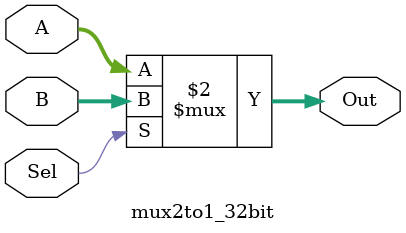
<source format=v>
module mux2to1_32bit(
	input wire Sel,
	input wire [31:0] A, B,
	output wire [31:0] Out
);

assign Out = (Sel == 1'b0) ? A : B;
endmodule 

</source>
